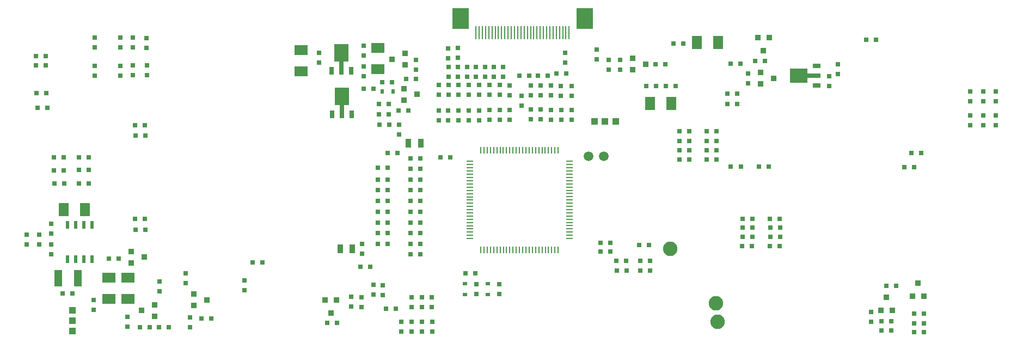
<source format=gtp>
G04 (created by PCBNEW-RS274X (2011-07-08 BZR 3044)-stable) date 17/10/2011 18:06:50*
G01*
G70*
G90*
%MOIN*%
G04 Gerber Fmt 3.4, Leading zero omitted, Abs format*
%FSLAX34Y34*%
G04 APERTURE LIST*
%ADD10C,0.020000*%
%ADD11R,0.035000X0.055000*%
%ADD12R,0.025000X0.031500*%
%ADD13R,0.031500X0.025000*%
%ADD14C,0.088600*%
%ADD15R,0.036000X0.036000*%
%ADD16R,0.040000X0.010000*%
%ADD17R,0.010000X0.040000*%
%ADD18R,0.010000X0.080000*%
%ADD19R,0.100000X0.130000*%
%ADD20R,0.027600X0.047200*%
%ADD21R,0.027600X0.078700*%
%ADD22R,0.086600X0.110300*%
%ADD23R,0.020000X0.045000*%
%ADD24R,0.039400X0.039400*%
%ADD25R,0.047200X0.027600*%
%ADD26R,0.078700X0.027600*%
%ADD27R,0.110300X0.086600*%
%ADD28R,0.031500X0.023600*%
%ADD29R,0.080000X0.060000*%
%ADD30R,0.060000X0.080000*%
%ADD31R,0.050000X0.100000*%
%ADD32C,0.059100*%
%ADD33R,0.023600X0.031500*%
G04 APERTURE END LIST*
G54D10*
G54D11*
X34342Y-27756D03*
X33592Y-27756D03*
X38525Y-21315D03*
X37775Y-21315D03*
G54D12*
X36510Y-27450D03*
X35910Y-27450D03*
X36510Y-26800D03*
X35910Y-26800D03*
X36510Y-24832D03*
X35910Y-24832D03*
X36510Y-23523D03*
X35910Y-23523D03*
G54D13*
X35035Y-15322D03*
X35035Y-15922D03*
G54D12*
X36510Y-26151D03*
X35910Y-26151D03*
X36510Y-25491D03*
X35910Y-25491D03*
X36510Y-24173D03*
X35910Y-24173D03*
X36509Y-22815D03*
X35909Y-22815D03*
X50133Y-27392D03*
X49533Y-27392D03*
X51897Y-27539D03*
X52497Y-27539D03*
G54D13*
X32293Y-15753D03*
X32293Y-16353D03*
X34951Y-27476D03*
X34951Y-28076D03*
G54D12*
X49533Y-27933D03*
X50133Y-27933D03*
X38518Y-28090D03*
X37918Y-28090D03*
X35644Y-17953D03*
X35044Y-17953D03*
X15064Y-19144D03*
X15664Y-19144D03*
X59228Y-22740D03*
X59828Y-22740D03*
G54D13*
X37972Y-32231D03*
X37972Y-32831D03*
G54D12*
X51964Y-29085D03*
X52564Y-29085D03*
X14956Y-16535D03*
X15556Y-16535D03*
X53529Y-17795D03*
X54129Y-17795D03*
G54D13*
X38602Y-32231D03*
X38602Y-32831D03*
X39224Y-32231D03*
X39224Y-32831D03*
X47386Y-16367D03*
X47386Y-15767D03*
G54D12*
X45162Y-17173D03*
X44562Y-17173D03*
G54D13*
X43021Y-16620D03*
X43021Y-17220D03*
X41918Y-16620D03*
X41918Y-17220D03*
X43572Y-16620D03*
X43572Y-17220D03*
X42470Y-16620D03*
X42470Y-17220D03*
X41367Y-16620D03*
X41367Y-17220D03*
G54D12*
X47426Y-17043D03*
X46826Y-17043D03*
X45708Y-17181D03*
X46308Y-17181D03*
X37111Y-21894D03*
X36511Y-21894D03*
X37918Y-22224D03*
X38518Y-22224D03*
X38508Y-27450D03*
X37908Y-27450D03*
X38518Y-26151D03*
X37918Y-26151D03*
X38518Y-24832D03*
X37918Y-24832D03*
X38518Y-23523D03*
X37918Y-23523D03*
G54D13*
X38594Y-30743D03*
X38594Y-31343D03*
G54D12*
X38518Y-26800D03*
X37918Y-26800D03*
X38519Y-25491D03*
X37919Y-25491D03*
X38518Y-24173D03*
X37918Y-24173D03*
X38518Y-22873D03*
X37918Y-22873D03*
X57516Y-22736D03*
X58131Y-22736D03*
G54D13*
X37969Y-30747D03*
X37969Y-31347D03*
X39217Y-30747D03*
X39217Y-31347D03*
G54D12*
X50517Y-28484D03*
X51117Y-28484D03*
X50527Y-29085D03*
X51127Y-29085D03*
X52919Y-16466D03*
X53519Y-16466D03*
G54D13*
X50728Y-16796D03*
X50728Y-16196D03*
X49321Y-15576D03*
X49321Y-16176D03*
X40816Y-15478D03*
X40816Y-16078D03*
X40816Y-17220D03*
X40816Y-16620D03*
X40226Y-17219D03*
X40226Y-16619D03*
X40217Y-15487D03*
X40217Y-16087D03*
X39626Y-19291D03*
X39626Y-19891D03*
X40843Y-19291D03*
X40843Y-19891D03*
X42114Y-19283D03*
X42114Y-19883D03*
X43366Y-19275D03*
X43366Y-19875D03*
X39626Y-17735D03*
X39626Y-18335D03*
X40843Y-17735D03*
X40843Y-18335D03*
X42110Y-17735D03*
X42110Y-18335D03*
X43366Y-17735D03*
X43366Y-18335D03*
X40220Y-19287D03*
X40220Y-19887D03*
X41461Y-19283D03*
X41461Y-19883D03*
X42748Y-19275D03*
X42748Y-19875D03*
X43988Y-19275D03*
X43988Y-19875D03*
X40228Y-17735D03*
X40228Y-18335D03*
X41461Y-17728D03*
X41461Y-18328D03*
X42740Y-17743D03*
X42740Y-18343D03*
X43980Y-17751D03*
X43980Y-18351D03*
X47130Y-19263D03*
X47130Y-19863D03*
X45866Y-19247D03*
X45866Y-19847D03*
X47783Y-19263D03*
X47783Y-19863D03*
X46504Y-19255D03*
X46504Y-19855D03*
X45264Y-19239D03*
X45264Y-19839D03*
X47780Y-17783D03*
X47780Y-18383D03*
X46504Y-17779D03*
X46504Y-18379D03*
X45264Y-17763D03*
X45264Y-18363D03*
X47122Y-17787D03*
X47122Y-18387D03*
X45870Y-17771D03*
X45870Y-18371D03*
G54D12*
X52338Y-17805D03*
X52938Y-17805D03*
X14966Y-15965D03*
X15566Y-15965D03*
X15615Y-18228D03*
X15015Y-18228D03*
X67623Y-30039D03*
X67023Y-30039D03*
X68745Y-31742D03*
X69345Y-31742D03*
G54D13*
X66101Y-31629D03*
X66101Y-32229D03*
G54D12*
X66747Y-32756D03*
X67347Y-32756D03*
X68755Y-32323D03*
X69355Y-32323D03*
G54D14*
X53807Y-27764D03*
G54D12*
X68755Y-32874D03*
X69355Y-32874D03*
G54D15*
X69336Y-30666D03*
X68636Y-30666D03*
X68986Y-29866D03*
X67396Y-31542D03*
X66696Y-31542D03*
X67046Y-30742D03*
X51500Y-16806D03*
X51500Y-16106D03*
X52300Y-16456D03*
G54D13*
X18490Y-30910D03*
X18490Y-31510D03*
G54D12*
X20050Y-28380D03*
X19450Y-28380D03*
G54D15*
X20812Y-28618D03*
X20812Y-27918D03*
X21612Y-28268D03*
G54D12*
X57298Y-18278D03*
X57898Y-18278D03*
X57294Y-18898D03*
X57894Y-18898D03*
X54591Y-15201D03*
X53991Y-15201D03*
X52574Y-28484D03*
X51974Y-28484D03*
G54D13*
X73750Y-18145D03*
X73750Y-18745D03*
G54D16*
X41527Y-27134D03*
X41527Y-22414D03*
X41527Y-22614D03*
X41527Y-22804D03*
X41527Y-23004D03*
X41527Y-23204D03*
X41527Y-23394D03*
X41527Y-23594D03*
X41527Y-23794D03*
X41527Y-23984D03*
X41527Y-24184D03*
X41527Y-24384D03*
X41527Y-24584D03*
X41527Y-24774D03*
X41527Y-24974D03*
X41527Y-25174D03*
X41527Y-25364D03*
X41527Y-25564D03*
X41527Y-25764D03*
X41527Y-25954D03*
X41527Y-26154D03*
X41527Y-26354D03*
X41527Y-26544D03*
X41527Y-26744D03*
X41527Y-26944D03*
G54D17*
X42217Y-21724D03*
X46937Y-21724D03*
X46737Y-21724D03*
X46547Y-21724D03*
X46347Y-21724D03*
X46147Y-21724D03*
X45957Y-21724D03*
X45757Y-21724D03*
X45557Y-21724D03*
X45367Y-21724D03*
X45167Y-21724D03*
X44967Y-21724D03*
X44767Y-21724D03*
X44577Y-21724D03*
X44377Y-21724D03*
X44177Y-21724D03*
X43987Y-21724D03*
X43787Y-21724D03*
X43587Y-21724D03*
X43397Y-21724D03*
X43197Y-21724D03*
X42997Y-21724D03*
X42807Y-21724D03*
X42607Y-21724D03*
X42407Y-21724D03*
X42217Y-27824D03*
X42417Y-27824D03*
X42607Y-27824D03*
X42807Y-27824D03*
X43007Y-27824D03*
X43197Y-27824D03*
X43397Y-27824D03*
X43597Y-27824D03*
X43787Y-27824D03*
X43987Y-27824D03*
X44187Y-27824D03*
X44387Y-27824D03*
X44577Y-27824D03*
X44777Y-27824D03*
X44977Y-27824D03*
X45167Y-27824D03*
X45367Y-27824D03*
X45567Y-27824D03*
X45757Y-27824D03*
X45957Y-27824D03*
X46157Y-27824D03*
X46347Y-27824D03*
X46547Y-27824D03*
X46747Y-27824D03*
X46937Y-27824D03*
G54D16*
X47627Y-27134D03*
X47627Y-26934D03*
X47627Y-26744D03*
X47627Y-26544D03*
X47627Y-26344D03*
X47627Y-26154D03*
X47627Y-25954D03*
X47627Y-25754D03*
X47627Y-25564D03*
X47627Y-25364D03*
X47627Y-25164D03*
X47627Y-24964D03*
X47627Y-24774D03*
X47627Y-24574D03*
X47627Y-24374D03*
X47627Y-24184D03*
X47627Y-23984D03*
X47627Y-23784D03*
X47627Y-23594D03*
X47627Y-23394D03*
X47627Y-23194D03*
X47627Y-23004D03*
X47627Y-22804D03*
X47627Y-22604D03*
X47627Y-22414D03*
G54D18*
X43878Y-14548D03*
X44078Y-14548D03*
X44273Y-14548D03*
X44468Y-14548D03*
X44668Y-14548D03*
X44863Y-14548D03*
X45058Y-14548D03*
X45258Y-14548D03*
X45453Y-14548D03*
X45648Y-14548D03*
X43681Y-14548D03*
X45848Y-14548D03*
X46043Y-14548D03*
X43484Y-14548D03*
X47618Y-14548D03*
X46238Y-14548D03*
X46438Y-14548D03*
X46633Y-14548D03*
X46828Y-14548D03*
X47028Y-14548D03*
X47223Y-14548D03*
X47418Y-14548D03*
X43287Y-14548D03*
X43091Y-14548D03*
X42894Y-14548D03*
X42697Y-14548D03*
X42500Y-14548D03*
X42303Y-14548D03*
X42106Y-14548D03*
X41909Y-14548D03*
G54D19*
X48588Y-13668D03*
X40958Y-13668D03*
G54D20*
X33078Y-16854D03*
G54D21*
X33669Y-16697D03*
G54D20*
X34260Y-16854D03*
G54D22*
X33669Y-15752D03*
G54D20*
X33110Y-19537D03*
G54D21*
X33701Y-19380D03*
G54D20*
X34292Y-19537D03*
G54D22*
X33701Y-18435D03*
G54D12*
X16088Y-22972D03*
X16688Y-22972D03*
X16117Y-23750D03*
X16717Y-23750D03*
G54D13*
X72156Y-18125D03*
X72156Y-18725D03*
G54D12*
X16088Y-22175D03*
X16688Y-22175D03*
G54D13*
X72972Y-18135D03*
X72972Y-18735D03*
G54D12*
X17604Y-22943D03*
X18204Y-22943D03*
X17613Y-23750D03*
X18213Y-23750D03*
G54D13*
X72165Y-19611D03*
X72165Y-20211D03*
G54D12*
X17604Y-22175D03*
X18204Y-22175D03*
G54D13*
X72972Y-19611D03*
X72972Y-20211D03*
X73750Y-19611D03*
X73750Y-20211D03*
G54D12*
X40343Y-22154D03*
X39743Y-22154D03*
G54D13*
X15894Y-27483D03*
X15894Y-28083D03*
X15890Y-26247D03*
X15890Y-26847D03*
G54D23*
X16919Y-26296D03*
X16919Y-28396D03*
X17419Y-26296D03*
X17919Y-26296D03*
X18419Y-26296D03*
X17419Y-28396D03*
X17919Y-28396D03*
X18419Y-28396D03*
G54D12*
X16602Y-30488D03*
X17202Y-30488D03*
G54D13*
X15161Y-26885D03*
X15161Y-27485D03*
X24130Y-29859D03*
X24130Y-29259D03*
X20579Y-32540D03*
X20579Y-31940D03*
G54D12*
X23119Y-32551D03*
X22519Y-32551D03*
X21342Y-32551D03*
X21942Y-32551D03*
X25106Y-32020D03*
X25706Y-32020D03*
G54D13*
X24421Y-31976D03*
X24421Y-32576D03*
G54D15*
X24651Y-31240D03*
X24651Y-30540D03*
X25451Y-30890D03*
X22239Y-31189D03*
X22239Y-31889D03*
X21439Y-31539D03*
G54D12*
X36401Y-31421D03*
X37001Y-31421D03*
G54D13*
X37339Y-32831D03*
X37339Y-32231D03*
X36189Y-30583D03*
X36189Y-29983D03*
X35630Y-30580D03*
X35630Y-29980D03*
X34902Y-31320D03*
X34902Y-30720D03*
X34283Y-31312D03*
X34283Y-30712D03*
X50039Y-16192D03*
X50039Y-16792D03*
G54D14*
X56618Y-31114D03*
X56689Y-32244D03*
G54D24*
X17205Y-32173D03*
X17205Y-32813D03*
X17205Y-31533D03*
G54D13*
X58571Y-17027D03*
X58571Y-17627D03*
G54D12*
X54366Y-21153D03*
X54966Y-21153D03*
X54362Y-22291D03*
X54962Y-22291D03*
X58232Y-26480D03*
X58832Y-26480D03*
X58221Y-27586D03*
X58821Y-27586D03*
X54378Y-20582D03*
X54978Y-20582D03*
X54362Y-21724D03*
X54962Y-21724D03*
X58228Y-25917D03*
X58828Y-25917D03*
X58225Y-27031D03*
X58825Y-27031D03*
G54D13*
X20146Y-17150D03*
X20146Y-16550D03*
X21756Y-17146D03*
X21756Y-16546D03*
G54D12*
X21658Y-26598D03*
X21058Y-26598D03*
G54D13*
X18563Y-17158D03*
X18563Y-16558D03*
X20921Y-17139D03*
X20921Y-16539D03*
G54D12*
X21658Y-20835D03*
X21058Y-20835D03*
G54D13*
X18559Y-15434D03*
X18559Y-14834D03*
X20921Y-15434D03*
X20921Y-14834D03*
G54D12*
X21650Y-20205D03*
X21050Y-20205D03*
X56054Y-20578D03*
X56654Y-20578D03*
X56051Y-21728D03*
X56651Y-21728D03*
X59921Y-25916D03*
X60521Y-25916D03*
X59924Y-27035D03*
X60524Y-27035D03*
G54D13*
X20142Y-15434D03*
X20142Y-14834D03*
X21752Y-15454D03*
X21752Y-14854D03*
G54D12*
X21639Y-25933D03*
X21039Y-25933D03*
X56051Y-21149D03*
X56651Y-21149D03*
X56051Y-22287D03*
X56651Y-22287D03*
X59924Y-26476D03*
X60524Y-26476D03*
X59909Y-27590D03*
X60509Y-27590D03*
G54D25*
X62760Y-17764D03*
G54D26*
X62603Y-17173D03*
G54D25*
X62760Y-16582D03*
G54D27*
X61658Y-17173D03*
G54D13*
X64075Y-17056D03*
X64075Y-16456D03*
X63524Y-17212D03*
X63524Y-17812D03*
G54D12*
X58995Y-16272D03*
X59595Y-16272D03*
G54D15*
X59352Y-17673D03*
X59352Y-16973D03*
X60152Y-17323D03*
G54D24*
X49819Y-19969D03*
X50459Y-19969D03*
X49179Y-19969D03*
G54D12*
X65798Y-14969D03*
X66398Y-14969D03*
G54D13*
X43323Y-29928D03*
X43323Y-30528D03*
G54D12*
X41875Y-29260D03*
X41275Y-29260D03*
G54D13*
X41929Y-29917D03*
X41929Y-30517D03*
X27732Y-30304D03*
X27732Y-29704D03*
G54D12*
X69186Y-21894D03*
X68586Y-21894D03*
X28831Y-28598D03*
X28231Y-28598D03*
X68753Y-22780D03*
X68153Y-22780D03*
X67346Y-32205D03*
X66746Y-32205D03*
G54D28*
X42650Y-29893D03*
X42650Y-30563D03*
X41236Y-29893D03*
X41236Y-30563D03*
G54D13*
X14421Y-26885D03*
X14421Y-27485D03*
X22524Y-30367D03*
X22524Y-29767D03*
G54D12*
X32798Y-32295D03*
X33398Y-32295D03*
G54D15*
X32678Y-30887D03*
X33378Y-30887D03*
X33028Y-31687D03*
G54D12*
X34854Y-28874D03*
X35454Y-28874D03*
G54D15*
X59160Y-14830D03*
X59860Y-14830D03*
X59510Y-15630D03*
G54D12*
X57500Y-16420D03*
X58100Y-16420D03*
G54D29*
X31197Y-15590D03*
X31197Y-16890D03*
X35902Y-15472D03*
X35902Y-16772D03*
X19429Y-30839D03*
X19429Y-29539D03*
X20591Y-30839D03*
X20591Y-29539D03*
G54D30*
X16669Y-25358D03*
X17969Y-25358D03*
X52570Y-18880D03*
X53870Y-18880D03*
G54D31*
X16337Y-29571D03*
X17537Y-29571D03*
G54D30*
X55429Y-15126D03*
X56729Y-15126D03*
G54D32*
X48803Y-22110D03*
X49724Y-22110D03*
G54D15*
X37517Y-18657D03*
X37517Y-17957D03*
X38317Y-18307D03*
X37581Y-15804D03*
X37581Y-16504D03*
X36781Y-16154D03*
G54D33*
X36169Y-18142D03*
X36839Y-18142D03*
G54D12*
X35976Y-18906D03*
X36576Y-18906D03*
X36007Y-20169D03*
X36607Y-20169D03*
G54D13*
X37205Y-20776D03*
X37205Y-20176D03*
X38224Y-16812D03*
X38224Y-16212D03*
G54D12*
X38233Y-17370D03*
X37633Y-17370D03*
X35987Y-19539D03*
X36587Y-19539D03*
X37184Y-19295D03*
X37784Y-19295D03*
X36769Y-17567D03*
X36169Y-17567D03*
G54D13*
X35047Y-16613D03*
X35047Y-17213D03*
X44693Y-19005D03*
X44693Y-18405D03*
M02*

</source>
